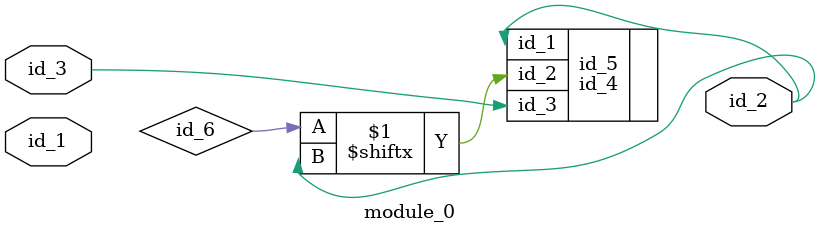
<source format=v>
module module_0 (
    id_1,
    id_2,
    id_3
);
  input id_3;
  output id_2;
  input id_1;
  id_4 id_5 (
      .id_1(id_3),
      .id_1(id_2),
      .id_3(id_3),
      .id_2(id_1),
      .id_2(id_1),
      .id_1(id_2),
      .id_2(id_6[id_2])
  );
endmodule

</source>
